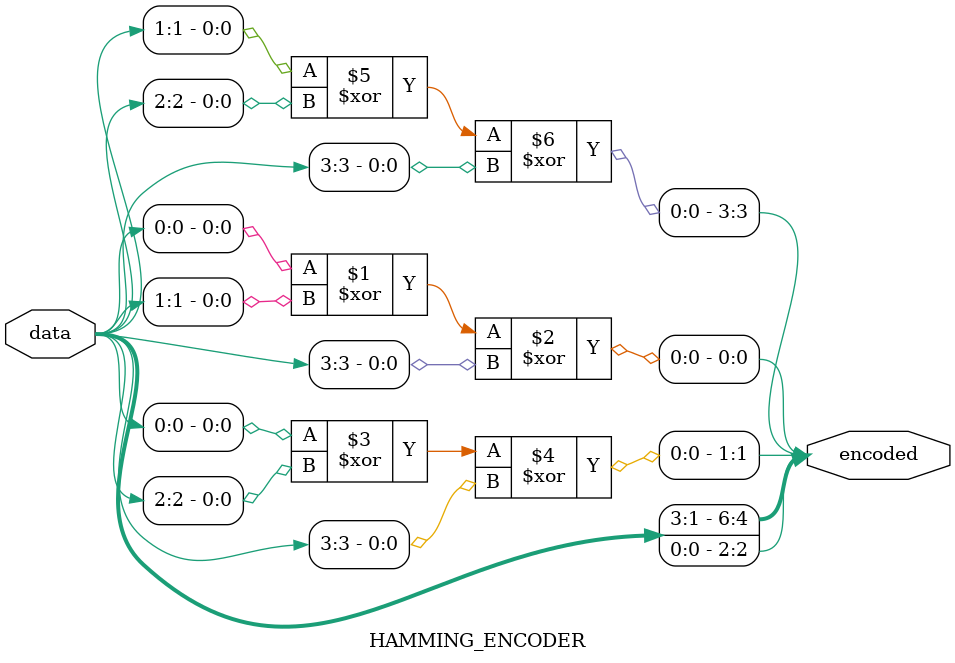
<source format=v>
`timescale 1ns / 1ps

module HAMMING_ENCODER(
    input [3:0]data,
    output [6:0] encoded
    );
    
    assign encoded[0]=data[0] ^ data[1] ^ data[3];
    assign encoded[1]=data[0] ^ data[2] ^ data[3];
    assign encoded[2]=data[0];
    assign encoded[3]=data[1] ^ data[2] ^ data[3];
    assign encoded[4]=data[1];
    assign encoded[5]=data[2];
    assign encoded[6]=data[3];
    
endmodule

</source>
